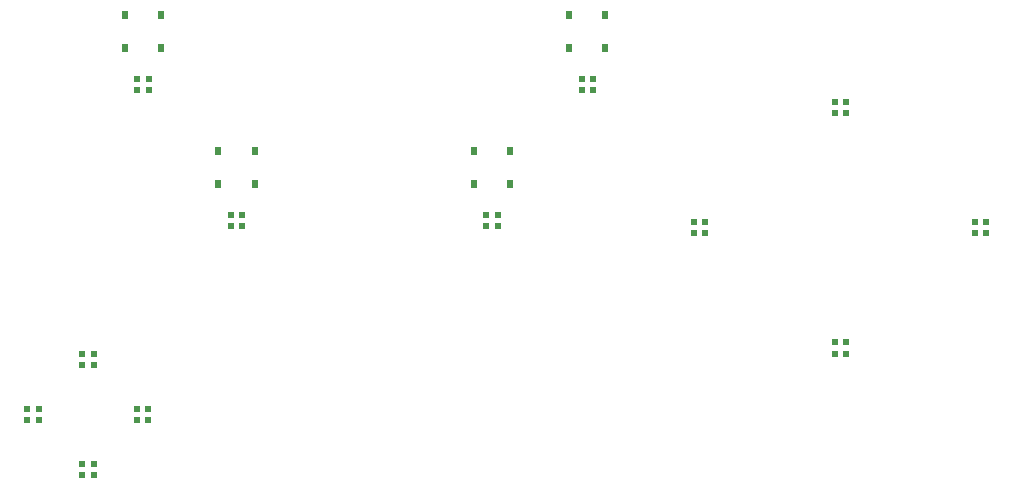
<source format=gbr>
G04 #@! TF.GenerationSoftware,KiCad,Pcbnew,7.0.6*
G04 #@! TF.CreationDate,2023-12-22T13:42:26-08:00*
G04 #@! TF.ProjectId,procon_button_board,70726f63-6f6e-45f6-9275-74746f6e5f62,rev?*
G04 #@! TF.SameCoordinates,Original*
G04 #@! TF.FileFunction,Paste,Top*
G04 #@! TF.FilePolarity,Positive*
%FSLAX46Y46*%
G04 Gerber Fmt 4.6, Leading zero omitted, Abs format (unit mm)*
G04 Created by KiCad (PCBNEW 7.0.6) date 2023-12-22 13:42:26*
%MOMM*%
%LPD*%
G01*
G04 APERTURE LIST*
%ADD10R,0.600000X0.650000*%
%ADD11R,0.550000X0.550000*%
G04 APERTURE END LIST*
D10*
X160198000Y-116611000D03*
X163298000Y-116611000D03*
X160198000Y-119361000D03*
X163298000Y-119361000D03*
X130498000Y-128111000D03*
X133598000Y-128111000D03*
X130498000Y-130861000D03*
X133598000Y-130861000D03*
D11*
X131573000Y-134461000D03*
X132523000Y-134461000D03*
X132523000Y-133511000D03*
X131573000Y-133511000D03*
D10*
X122598000Y-116611000D03*
X125698000Y-116611000D03*
X122598000Y-119361000D03*
X125698000Y-119361000D03*
D11*
X119003000Y-146246000D03*
X119953000Y-146246000D03*
X119953000Y-145296000D03*
X119003000Y-145296000D03*
X119003000Y-155546000D03*
X119953000Y-155546000D03*
X119953000Y-154596000D03*
X119003000Y-154596000D03*
X182703000Y-145271000D03*
X183653000Y-145271000D03*
X183653000Y-144321000D03*
X182703000Y-144321000D03*
X123673000Y-122961000D03*
X124623000Y-122961000D03*
X124623000Y-122011000D03*
X123673000Y-122011000D03*
X170803000Y-135071000D03*
X171753000Y-135071000D03*
X171753000Y-134121000D03*
X170803000Y-134121000D03*
X114353000Y-150896000D03*
X115303000Y-150896000D03*
X115303000Y-149946000D03*
X114353000Y-149946000D03*
X123653000Y-150896000D03*
X124603000Y-150896000D03*
X124603000Y-149946000D03*
X123653000Y-149946000D03*
X194603000Y-135071000D03*
X195553000Y-135071000D03*
X195553000Y-134121000D03*
X194603000Y-134121000D03*
X153223000Y-134461000D03*
X154173000Y-134461000D03*
X154173000Y-133511000D03*
X153223000Y-133511000D03*
X182703000Y-124871000D03*
X183653000Y-124871000D03*
X183653000Y-123921000D03*
X182703000Y-123921000D03*
D10*
X152148000Y-128111000D03*
X155248000Y-128111000D03*
X152148000Y-130861000D03*
X155248000Y-130861000D03*
D11*
X161273000Y-122961000D03*
X162223000Y-122961000D03*
X162223000Y-122011000D03*
X161273000Y-122011000D03*
M02*

</source>
